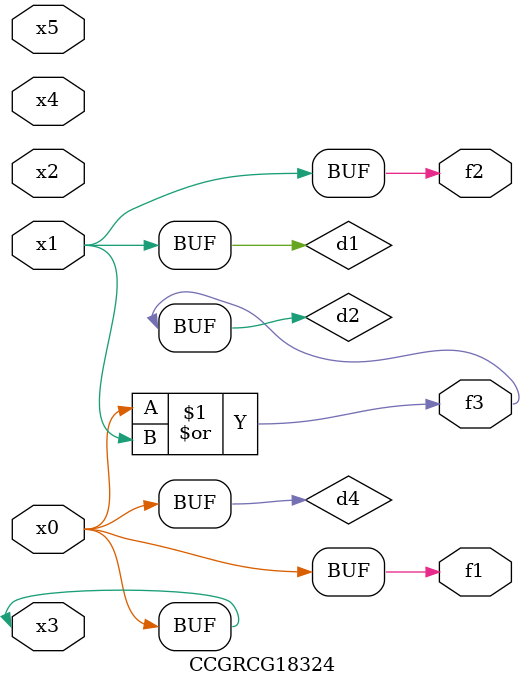
<source format=v>
module CCGRCG18324(
	input x0, x1, x2, x3, x4, x5,
	output f1, f2, f3
);

	wire d1, d2, d3, d4;

	and (d1, x1);
	or (d2, x0, x1);
	nand (d3, x0, x5);
	buf (d4, x0, x3);
	assign f1 = d4;
	assign f2 = d1;
	assign f3 = d2;
endmodule

</source>
